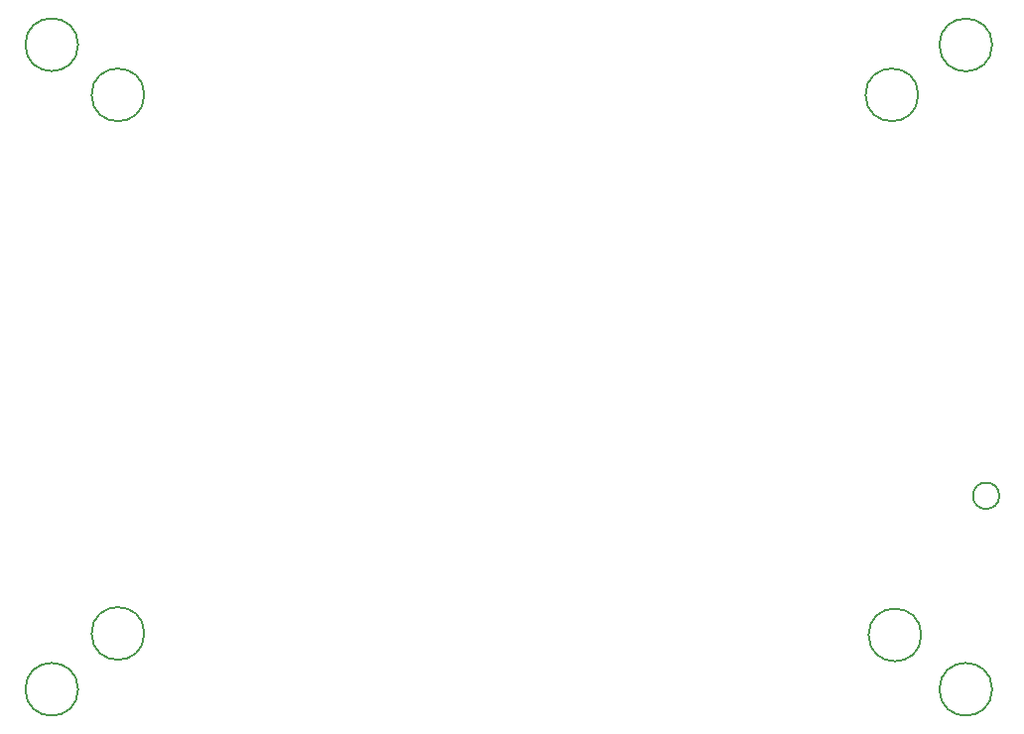
<source format=gbr>
%TF.GenerationSoftware,KiCad,Pcbnew,8.0.5-8.0.5-0~ubuntu22.04.1*%
%TF.CreationDate,2024-10-01T09:33:11+02:00*%
%TF.ProjectId,HB-UNI-SenAct-4-4-SC_DS_FUEL4EP_PCB,48422d55-4e49-42d5-9365-6e4163742d34,1.7*%
%TF.SameCoordinates,Original*%
%TF.FileFunction,Other,Comment*%
%FSLAX46Y46*%
G04 Gerber Fmt 4.6, Leading zero omitted, Abs format (unit mm)*
G04 Created by KiCad (PCBNEW 8.0.5-8.0.5-0~ubuntu22.04.1) date 2024-10-01 09:33:11*
%MOMM*%
%LPD*%
G01*
G04 APERTURE LIST*
%ADD10C,0.150000*%
G04 APERTURE END LIST*
D10*
%TO.C,H1*%
X77947000Y54739000D02*
G75*
G02*
X73447000Y54739000I-2250000J0D01*
G01*
X73447000Y54739000D02*
G75*
G02*
X77947000Y54739000I2250000J0D01*
G01*
%TO.C,H3*%
X11907000Y8765000D02*
G75*
G02*
X7407000Y8765000I-2250000J0D01*
G01*
X7407000Y8765000D02*
G75*
G02*
X11907000Y8765000I2250000J0D01*
G01*
%TO.C,H4*%
X78201000Y8638000D02*
G75*
G02*
X73701000Y8638000I-2250000J0D01*
G01*
X73701000Y8638000D02*
G75*
G02*
X78201000Y8638000I2250000J0D01*
G01*
%TO.C,Module2*%
X84860000Y20520000D02*
G75*
G02*
X82610000Y20520000I-1125000J0D01*
G01*
X82610000Y20520000D02*
G75*
G02*
X84860000Y20520000I1125000J0D01*
G01*
%TO.C,H2*%
X11907000Y54739000D02*
G75*
G02*
X7407000Y54739000I-2250000J0D01*
G01*
X7407000Y54739000D02*
G75*
G02*
X11907000Y54739000I2250000J0D01*
G01*
%TO.C,H5*%
X6250000Y59020000D02*
G75*
G02*
X1750000Y59020000I-2250000J0D01*
G01*
X1750000Y59020000D02*
G75*
G02*
X6250000Y59020000I2250000J0D01*
G01*
%TO.C,H7*%
X6250000Y4000000D02*
G75*
G02*
X1750000Y4000000I-2250000J0D01*
G01*
X1750000Y4000000D02*
G75*
G02*
X6250000Y4000000I2250000J0D01*
G01*
%TO.C,H8*%
X84250000Y4000000D02*
G75*
G02*
X79750000Y4000000I-2250000J0D01*
G01*
X79750000Y4000000D02*
G75*
G02*
X84250000Y4000000I2250000J0D01*
G01*
%TO.C,H6*%
X84250000Y59000000D02*
G75*
G02*
X79750000Y59000000I-2250000J0D01*
G01*
X79750000Y59000000D02*
G75*
G02*
X84250000Y59000000I2250000J0D01*
G01*
%TD*%
M02*

</source>
